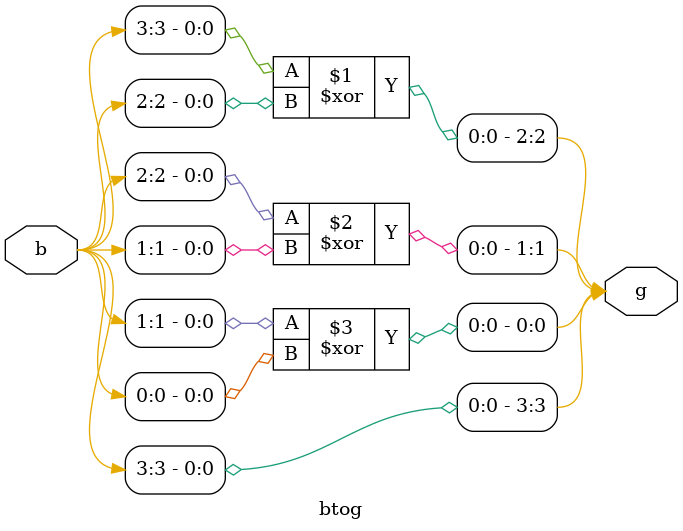
<source format=v>
module btog(g,b);
input[3:0]b;
output[3:0]g;
 buf buf_g1(g[3],b[3]);
 xor xor_g1(g[2],b[3],b[2]);
 xor xor_g2(g[1],b[2],b[1]);
 xor xor_g3(g[0],b[1],b[0]);
endmodule
</source>
